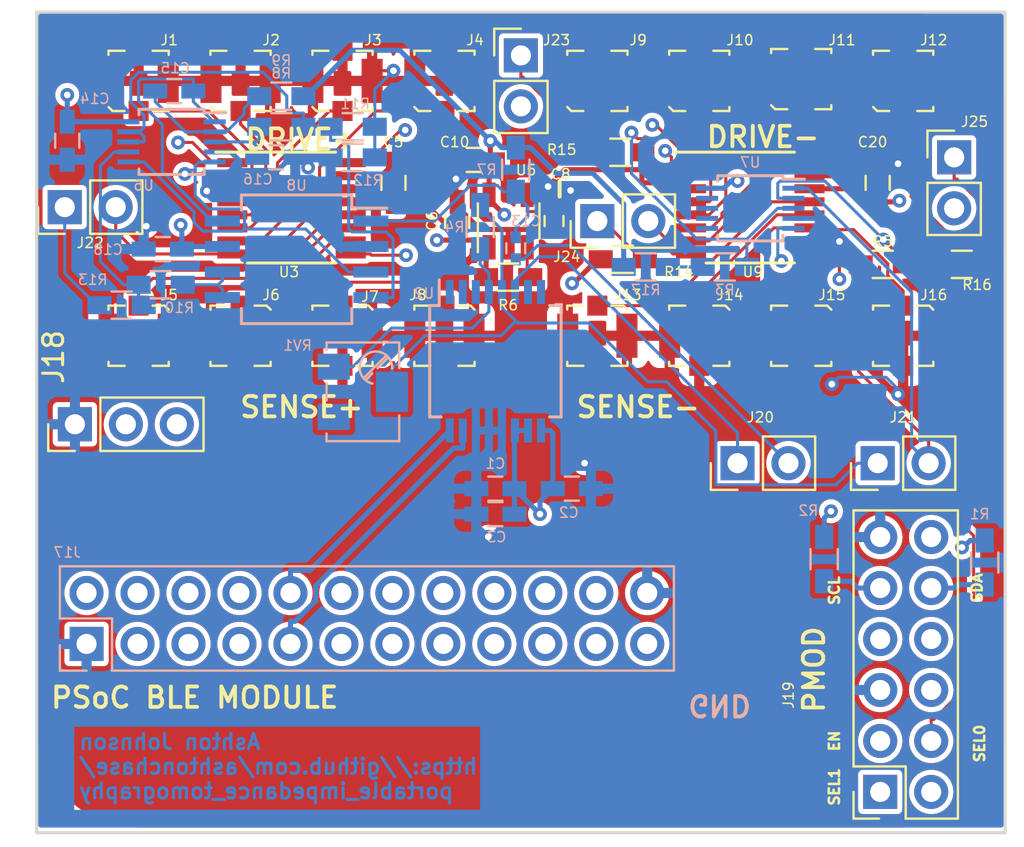
<source format=kicad_pcb>
(kicad_pcb (version 20221018) (generator pcbnew)
  (title_block (title "Portable Impedance Tomography") (date "2017-09-16") (rev "NEW") (company "Ashton Johnson") (comment 1 "University of Alabama in Huntsville"))
  (layers (0 "F.Cu" signal "Top") (1 "In1.Cu" mixed) (2 "In2.Cu" mixed) (31 "B.Cu" signal "Bottom") (34 "B.Paste" user) (35 "F.Paste" user) (36 "B.SilkS" user "B.Silkscreen") (37 "F.SilkS" user "F.Silkscreen") (38 "B.Mask" user) (39 "F.Mask" user) (44 "Edge.Cuts" user))
  (net 0 "")
  (net 1 "Net-(C8-Pad1)")
  (net 2 "+2V5")
  (net 3 "/AD5933 Front End/VOUT")
  (net 4 "Net-(C13-Pad1)")
  (net 5 "Net-(C15-Pad1)")
  (net 6 "Net-(C15-Pad2)")
  (net 7 "Net-(C16-Pad2)")
  (net 8 "/AD5933 Front End/SHIELD_DRIVE")
  (net 9 "/Receive Mux/SA1")
  (net 10 "/Receive Mux/SA2")
  (net 11 "/Receive Mux/SA3")
  (net 12 "/Receive Mux/SA4")
  (net 13 "Net-(J5-Pad1)")
  (net 14 "Net-(J6-Pad1)")
  (net 15 "Net-(J7-Pad1)")
  (net 16 "Net-(J8-Pad1)")
  (net 17 "/Transmit Mux/SA1")
  (net 18 "/Transmit Mux/SA2")
  (net 19 "/Transmit Mux/SA3")
  (net 20 "/Transmit Mux/SA4")
  (net 21 "Net-(J13-Pad1)")
  (net 22 "Net-(J14-Pad1)")
  (net 23 "Net-(J15-Pad1)")
  (net 24 "Net-(J16-Pad1)")
  (net 25 "GND")
  (net 26 "Net-(J17-Pad21)")
  (net 27 "Net-(J17-Pad20)")
  (net 28 "Net-(J17-Pad19)")
  (net 29 "Net-(J17-Pad18)")
  (net 30 "Net-(J17-Pad17)")
  (net 31 "Net-(J17-Pad16)")
  (net 32 "Net-(J17-Pad15)")
  (net 33 "Net-(J17-Pad14)")
  (net 34 "Net-(J17-Pad13)")
  (net 35 "Net-(J17-Pad12)")
  (net 36 "Net-(J17-Pad11)")
  (net 37 "/AD5933/SCL")
  (net 38 "/AD5933/SDA")
  (net 39 "/Cypress BLE Headers/SEL0")
  (net 40 "Net-(J17-Pad7)")
  (net 41 "/Cypress BLE Headers/SEL1")
  (net 42 "Net-(J17-Pad5)")
  (net 43 "Net-(J17-Pad3)")
  (net 44 "Net-(J19-Pad8)")
  (net 45 "Net-(J19-Pad7)")
  (net 46 "Net-(J19-Pad2)")
  (net 47 "/AD5933 Front End/VIN")
  (net 48 "/AD5933/AD5933_RFB")
  (net 49 "Net-(R6-Pad1)")
  (net 50 "Net-(R11-Pad2)")
  (net 51 "Net-(R10-Pad2)")
  (net 52 "Net-(R10-Pad1)")
  (net 53 "/Receive Mux/DRIVE")
  (net 54 "/Transmit Mux/DRIVE")
  (net 55 "VCC")
  (net 56 "/AD5933/MCLK")
  (net 57 "Net-(U2-Pad7)")
  (net 58 "Net-(U2-Pad3)")
  (net 59 "Net-(U2-Pad2)")
  (net 60 "Net-(U2-Pad1)")
  (net 61 "/Receive Mux/SENSE")
  (net 62 "/Transmit Mux/SENSE")
  (net 63 "/AD5933/VOUT")
  (net 64 "/AD5933/VIN")
  (net 65 "/AD5933 Front End/DRIVE_P")
  (net 66 "/AD5933 Front End/SENSE_P")
  (net 67 "/AD5933 Front End/DRIVE_N")
  (net 68 "/AD5933 Front End/SENSE_N")
  (net 69 "Net-(RV1-Pad1)")
  (net 70 "/AD5933 Front End/EN")
  (net 71 "Net-(R17-Pad1)")
  (net 72 "Net-(R15-Pad2)")
  (net 73 "Net-(R16-Pad2)")
  (net 74 "/Auxiliary Analog Connector/AIN")
  (footprint "Capacitors_SMD:C_0603_HandSoldering" (layer "F.Cu") (at 111.76 52.451 90)
    (fp_text reference "C5")
    (fp_text value "0.1u")
  )
  (footprint "Capacitors_SMD:C_0603_HandSoldering" (layer "F.Cu") (at 114.935 54.356 90)
    (fp_text reference "C6")
    (fp_text value "1u")
  )
  (footprint "Capacitors_SMD:C_0402" (layer "F.Cu") (at 119.761 54.356 -90)
    (fp_text reference "C8")
    (fp_text value "10n")
  )
  (footprint "Capacitors_SMD:C_0603_HandSoldering" (layer "F.Cu") (at 115.763 51.308 180)
    (fp_text reference "C10")
    (fp_text value "1u")
  )
  (footprint "Capacitors_SMD:C_0603_HandSoldering" (layer "F.Cu") (at 135.89 52.451 90)
    (fp_text reference "C20")
    (fp_text value "0.1u")
  )
  (footprint "Connectors_Molex:Molex_Microcoaxial_RF" (layer "F.Cu") (at 99.06 47.371)
    (fp_text reference "J1")
    (fp_text value "UMC")
  )
  (footprint "Connectors_Molex:Molex_Microcoaxial_RF" (layer "F.Cu") (at 104.14 47.371)
    (fp_text reference "J2")
    (fp_text value "UMC")
  )
  (footprint "Connectors_Molex:Molex_Microcoaxial_RF" (layer "F.Cu") (at 109.22 47.371)
    (fp_text reference "J3")
    (fp_text value "UMC")
  )
  (footprint "Connectors_Molex:Molex_Microcoaxial_RF" (layer "F.Cu") (at 114.3 47.371)
    (fp_text reference "J4")
    (fp_text value "UMC")
  )
  (footprint "Connectors_Molex:Molex_Microcoaxial_RF" (layer "F.Cu") (at 99.06 60.071 180)
    (fp_text reference "J5")
    (fp_text value "UMC")
  )
  (footprint "Connectors_Molex:Molex_Microcoaxial_RF" (layer "F.Cu") (at 104.14 60.071 180)
    (fp_text reference "J6")
    (fp_text value "UMC")
  )
  (footprint "Connectors_Molex:Molex_Microcoaxial_RF" (layer "F.Cu") (at 109.22 60.071 180)
    (fp_text reference "J7")
    (fp_text value "UMC")
  )
  (footprint "Connectors_Molex:Molex_Microcoaxial_RF" (layer "F.Cu") (at 114.3 60.071 180)
    (fp_text reference "J8")
    (fp_text value "UMC")
  )
  (footprint "Connectors_Molex:Molex_Microcoaxial_RF" (layer "F.Cu") (at 121.92 47.371)
    (fp_text reference "J9")
    (fp_text value "UMC")
  )
  (footprint "Connectors_Molex:Molex_Microcoaxial_RF" (layer "F.Cu") (at 127 47.371)
    (fp_text reference "J10")
    (fp_text value "UMC")
  )
  (footprint "Connectors_Molex:Molex_Microcoaxial_RF" (layer "F.Cu") (at 132.08 47.282)
    (fp_text reference "J11")
    (fp_text value "UMC")
  )
  (footprint "Connectors_Molex:Molex_Microcoaxial_RF" (layer "F.Cu") (at 137.16 47.371)
    (fp_text reference "J12")
    (fp_text value "UMC")
  )
  (footprint "Connectors_Molex:Molex_Microcoaxial_RF" (layer "F.Cu") (at 121.92 60.071 180)
    (fp_text reference "J13")
    (fp_text value "UMC")
  )
  (footprint "Connectors_Molex:Molex_Microcoaxial_RF" (layer "F.Cu") (at 127 60.071 180)
    (fp_text reference "J14")
    (fp_text value "UMC")
  )
  (footprint "Connectors_Molex:Molex_Microcoaxial_RF" (layer "F.Cu") (at 132.08 60.071 180)
    (fp_text reference "J15")
    (fp_text value "UMC")
  )
  (footprint "Connectors_Molex:Molex_Microcoaxial_RF" (layer "F.Cu") (at 137.16 60.071 180)
    (fp_text reference "J16")
    (fp_text value "UMC")
  )
  (footprint "Socket_Strips:Socket_Strip_Straight_2x06_Pitch2.54mm" (layer "F.Cu") (at 136.017 82.804 180)
    (fp_text reference "J19")
    (fp_text value "Conn_02x06_Odd_Even")
  )
  (footprint "Resistors_SMD:R_0603_HandSoldering" (layer "F.Cu") (at 117.475 57.15 180)
    (fp_text reference "R6")
    (fp_text value "1k")
  )
  (footprint "Resistors_SMD:R_0603_HandSoldering" (layer "F.Cu") (at 123.19 56.261 180)
    (fp_text reference "R14")
    (fp_text value "0")
  )
  (footprint "Housings_SSOP:TSSOP-16_4.4x5mm_Pitch0.65mm" (layer "F.Cu") (at 106.68 53.721)
    (fp_text reference "U3")
    (fp_text value "ADG1209")
  )
  (footprint "TO_SOT_Packages_SMD:TSOT-23-5" (layer "F.Cu") (at 117.475 54.356 90)
    (fp_text reference "U5")
    (fp_text value "LD3985G25R_TSOT23")
  )
  (footprint "Housings_SSOP:TSSOP-16_4.4x5mm_Pitch0.65mm" (layer "F.Cu") (at 129.54 53.721)
    (fp_text reference "U9")
    (fp_text value "ADG1209")
  )
  (footprint "Socket_Strips:Socket_Strip_Straight_1x02_Pitch2.54mm" (layer "F.Cu") (at 128.905 66.421 90)
    (fp_text reference "J20")
    (fp_text value "Conn_01x02")
  )
  (footprint "Socket_Strips:Socket_Strip_Straight_1x02_Pitch2.54mm" (layer "F.Cu") (at 135.89 66.421 90)
    (fp_text reference "J21")
    (fp_text value "Conn_01x02")
  )
  (footprint "Socket_Strips:Socket_Strip_Straight_1x02_Pitch2.54mm" (layer "F.Cu") (at 95.3775 53.6621 90)
    (fp_text reference "J22")
    (fp_text value "Conn_01x02")
  )
  (footprint "Socket_Strips:Socket_Strip_Straight_1x02_Pitch2.54mm" (layer "F.Cu") (at 118.11 46.101)
    (fp_text reference "J23")
    (fp_text value "Conn_01x02")
  )
  (footprint "Socket_Strips:Socket_Strip_Straight_1x02_Pitch2.54mm" (layer "F.Cu") (at 121.92 54.356 90)
    (fp_text reference "J24")
    (fp_text value "Conn_01x02")
  )
  (footprint "Socket_Strips:Socket_Strip_Straight_1x02_Pitch2.54mm" (layer "F.Cu") (at 139.7 51.181)
    (fp_text reference "J25")
    (fp_text value "Conn_01x02")
  )
  (footprint "Resistors_SMD:R_0603_HandSoldering" (layer "F.Cu") (at 136.144 56.515 180)
    (fp_text reference "R5")
    (fp_text value "1k")
  )
  (footprint "Resistors_SMD:R_0603_HandSoldering" (layer "F.Cu") (at 123.063 50.927)
    (fp_text reference "R15")
    (fp_text value "1k")
  )
  (footprint "Resistors_SMD:R_0603_HandSoldering" (layer "F.Cu") (at 140.081 56.515 180)
    (fp_text reference "R16")
    (fp_text value "1k")
  )
  (footprint "Socket_Strips:Socket_Strip_Straight_1x03_Pitch2.54mm" (layer "F.Cu") (at 95.8855 64.4825 90)
    (fp_text reference "J18")
    (fp_text value "Conn_01x03")
  )
  (footprint "Capacitors_SMD:C_0603_HandSoldering" (layer "B.Cu") (at 116.84 67.691 180)
    (fp_text reference "C1")
    (fp_text value "0.1uF")
  )
  (footprint "Capacitors_SMD:C_0603_HandSoldering" (layer "B.Cu") (at 120.65 67.691)
    (fp_text reference "C2")
    (fp_text value "0.1uF")
  )
  (footprint "Capacitors_SMD:C_0603_HandSoldering" (layer "B.Cu") (at 116.84 68.961 180)
    (fp_text reference "C3")
    (fp_text value "10uF")
  )
  (footprint "Capacitors_SMD:C_0402" (layer "B.Cu") (at 117.856 55.711 -90)
    (fp_text reference "C13")
    (fp_text value "33n")
  )
  (footprint "Capacitors_SMD:C_0603_HandSoldering" (layer "B.Cu") (at 95.504 50.353 -90)
    (fp_text reference "C14")
    (fp_text value "100n")
  )
  (footprint "Capacitors_SMD:C_0603_HandSoldering" (layer "B.Cu") (at 100.838 47.879)
    (fp_text reference "C15")
    (fp_text value "1u")
  )
  (footprint "Capacitors_SMD:C_0603_HandSoldering" (layer "B.Cu") (at 105.918 51.181 180)
    (fp_text reference "C16")
    (fp_text value "1u")
  )
  (footprint "Capacitors_SMD:C_0603_HandSoldering" (layer "B.Cu") (at 100.264 55.753 180)
    (fp_text reference "C18")
    (fp_text value "100n")
  )
  (footprint "Socket_Strips:Socket_Strip_Straight_2x12_Pitch2.54mm" (layer "B.Cu") (at 96.466 75.4296 -90)
    (fp_text reference "J17")
    (fp_text value "Conn_02x12_Odd_Even")
  )
  (footprint "Resistors_SMD:R_0603_HandSoldering" (layer "B.Cu") (at 141.224 71.374 -90)
    (fp_text reference "R1")
    (fp_text value "4.7k")
  )
  (footprint "Resistors_SMD:R_0603_HandSoldering" (layer "B.Cu") (at 133.223 71.204 -90)
    (fp_text reference "R2")
    (fp_text value "4.7k")
  )
  (footprint "Resistors_SMD:R_0603_HandSoldering" (layer "B.Cu") (at 116.078 54.653 -90)
    (fp_text reference "R4")
    (fp_text value "0")
  )
  (footprint "Resistors_SMD:R_0603_HandSoldering" (layer "B.Cu") (at 117.856 51.7955 -90)
    (fp_text reference "R7")
    (fp_text value "75k")
  )
  (footprint "Resistors_SMD:R_0603_HandSoldering" (layer "B.Cu") (at 106.172 49.657 180)
    (fp_text reference "R8")
    (fp_text value "1M")
  )
  (footprint "Resistors_SMD:R_0603_HandSoldering" (layer "B.Cu") (at 106.172 48.133 180)
    (fp_text reference "R9")
    (fp_text value "1M")
  )
  (footprint "Resistors_SMD:R_0603_HandSoldering" (layer "B.Cu") (at 100.16 57.531)
    (fp_text reference "R10")
    (fp_text value "1k")
  )
  (footprint "Resistors_SMD:R_0603_HandSoldering" (layer "B.Cu") (at 109.728 49.657 180)
    (fp_text reference "R11")
    (fp_text value "75")
  )
  (footprint "Resistors_SMD:R_0603_HandSoldering" (layer "B.Cu") (at 109.728 51.181)
    (fp_text reference "R12")
    (fp_text value "10k")
  )
  (footprint "Resistors_SMD:R_0603_HandSoldering" (layer "B.Cu") (at 98.214 58.547)
    (fp_text reference "R13")
    (fp_text value "0")
  )
  (footprint "Housings_SSOP:SSOP-16_5.3x6.2mm_Pitch0.65mm" (layer "B.Cu") (at 116.84 61.341 -90)
    (fp_text reference "U2")
    (fp_text value "AD5933")
  )
  (footprint "Housings_SSOP:TSSOP-10_3x3mm_Pitch0.5mm" (layer "B.Cu") (at 100.702 50.411 180)
    (fp_text reference "U6")
    (fp_text value "OPA2836")
  )
  (footprint "Housings_SSOP:TSSOP-10_3x3mm_Pitch0.5mm" (layer "B.Cu") (at 129.54 53.721 180)
    (fp_text reference "U7")
    (fp_text value "OPA2836")
  )
  (footprint "Housings_SOIC:SO-8_5.3x6.2mm_Pitch1.27mm" (layer "B.Cu") (at 106.934 56.261 180)
    (fp_text reference "U8")
    (fp_text value "AD8130")
  )
  (footprint "Potentiometers:Potentiometer_Trimmer_Bourns_3214W" (layer "B.Cu") (at 110.236 62.865 -90)
    (fp_text reference "RV1")
    (fp_text value "20K")
  )
  (footprint "Resistors_SMD:R_0603_HandSoldering" (layer "B.Cu") (at 128.27 56.642 180)
    (fp_text reference "R3")
    (fp_text value "1k")
  )
  (footprint "Resistors_SMD:R_0603_HandSoldering" (layer "B.Cu") (at 124.333 56.642 180)
    (fp_text reference "R17")
    (fp_text value "0")
  )
  (gr_line (start 120.0404 52.4256) (end 120.0404 53.1368) (stroke (width 0.2)) (layer "F.SilkS"))
  (gr_line (start 93.98 84.836) (end 93.98 43.942) (stroke (width 0.15)) (layer "Edge.Cuts"))
  (gr_line (start 142.24 84.836) (end 93.98 84.836) (stroke (width 0.15)) (layer "Edge.Cuts"))
  (gr_line (start 93.98 43.942) (end 142.24 43.942) (stroke (width 0.15)) (layer "Edge.Cuts"))
  (gr_line (start 142.24 43.942) (end 142.24 84.836) (stroke (width 0.15)) (layer "Edge.Cuts"))
  (gr_text "Ashton Johnson\nhttps://github.com/ashtonchase/\nportable_impedance_tomography" (at 96.012 81.534) (layer "B.Cu") (effects (font (size 0.762 0.762) (thickness 0.1524)) (justify right mirror)))
  (gr_text "GND" (at 128.016 78.486 180) (layer "B.SilkS") (effects (font (size 1.016 1.016) (thickness 0.1905)) (justify mirror)))
  (gr_text "SENSE+\n" (at 107.188 63.627) (layer "F.SilkS") (effects (font (size 1.016 1.016) (thickness 0.1905))))
  (gr_text "SENSE-\n" (at 123.952 63.627) (layer "F.SilkS") (effects (font (size 1.016 1.016) (thickness 0.1905))))
  (gr_text "DRIVE-" (at 130.175 50.165) (layer "F.SilkS") (effects (font (size 1.016 1.016) (thickness 0.1905))))
  (gr_text "PSoC BLE MODULE" (at 101.854 78.105) (layer "F.SilkS") (effects (font (size 1.016 1.016) (thickness 0.1905))))
  (gr_text "PMOD" (at 132.715 76.708 90) (layer "F.SilkS") (effects (font (size 1.016 1.016) (thickness 0.1905))))
  (gr_text "SDA" (at 140.843 72.644 90) (layer "F.SilkS") (effects (font (size 0.508 0.508) (thickness 0.127))))
  (gr_text "SCL\n" (at 133.731 72.771 90) (layer "F.SilkS") (effects (font (size 0.508 0.508) (thickness 0.127))))
  (gr_text "SEL0" (at 140.97 80.391 90) (layer "F.SilkS") (effects (font (size 0.508 0.508) (thickness 0.127))))
  (gr_text "EN" (at 133.731 80.264 90) (layer "F.SilkS") (effects (font (size 0.508 0.508) (thickness 0.127))))
  (gr_text "SEL1" (at 133.731 82.55 90) (layer "F.SilkS") (effects (font (size 0.508 0.508) (thickness 0.127))))
  (gr_text "DRIVE+" (at 107.188 50.292) (layer "F.SilkS") (effects (font (size 1.016 1.016) (thickness 0.1905))))
  (segment (start 119.203 53.8849) (end 118.425 53.8849) (width 0.1524) (layer "F.Cu") (net 1))
  (segment (start 118.425 53.8849) (end 118.425 53.046) (width 0.1524) (layer "F.Cu") (net 1))
  (segment (start 119.282 53.806) (end 119.203 53.8849) (width 0.1524) (layer "F.Cu") (net 1))
  (segment (start 119.761 53.806) (end 119.282 53.806) (width 0.1524) (layer "F.Cu") (net 1))
  (segment (start 116.586 51.181) (end 116.713 51.308) (width 0.254) (layer "F.Cu") (net 2))
  (segment (start 121.94 56.261) (end 120.742 57.4589) (width 0.254) (layer "F.Cu") (net 2))
  (segment (start 116.525 53.046) (end 116.525 51.496) (width 0.254) (layer "F.Cu") (net 2))
  (segment (start 116.525 53.046) (end 116.525 53.279) (width 0.254) (layer "F.Cu") (net 2))
  (segment (start 122.09 56.261) (end 121.94 56.261) (width 0.254) (layer "F.Cu") (net 2))
  (segment (start 116.586 50.3555) (end 116.586 51.181) (width 0.254) (layer "F.Cu") (net 2))
  (segment (start 116.525 53.279) (end 117.284 54.0385) (width 0.254) (layer "F.Cu") (net 2))
  (segment (start 120.742 57.4589) (end 120.659 57.4589) (width 0.254) (layer "F.Cu") (net 2))
  (segment (start 116.525 51.496) (end 116.713 51.308) (width 0.254) (layer "F.Cu") (net 2))
  (via (at 116.586 50.3555) (size 0.6858) (drill 0.3302) (layers "F.Cu" "B.Cu") (net 2))
  (via (at 120.659 57.4589) (size 0.6858) (drill 0.3302) (layers "F.Cu" "B.Cu") (net 2))
  (via (at 117.284 54.0385) (size 0.6858) (drill 0.3302) (layers "F.Cu" "B.Cu") (net 2))
  (segment (start 117.856 50.6955) (end 117.152 50.6955) (width 0.254) (layer "B.Cu") (net 2))
  (segment (start 117.152 50.6955) (end 116.812 50.3555) (width 0.254) (layer "B.Cu") (net 2))
  (segment (start 116.812 50.3555) (end 116.586 50.3555) (width 0.254) (layer "B.Cu") (net 2))
  (segment (start 112.078 45.847) (end 116.586 50.3555) (width 0.254) (layer "B.Cu") (net 2))
  (segment (start 109.708 45.847) (end 112.078 45.847) (width 0.254) (layer "B.Cu") (net 2))
  (segment (start 117.856 50.6955) (end 118.586 50.6955) (width 0.254) (layer "B.Cu") (net 2))
  (segment (start 107.272 48.133) (end 107.422 48.133) (width 0.254) (layer "B.Cu") (net 2))
  (segment (start 121.697 51.9775) (end 123.233 53.5134) (width 0.254) (layer "B.Cu") (net 2))
  (segment (start 123.233 53.5134) (end 123.233 56.642) (width 0.254) (layer "B.Cu") (net 2))
  (segment (start 118.586 50.6955) (end 119.868 51.9775) (width 0.254) (layer "B.Cu") (net 2))
  (segment (start 107.422 48.133) (end 109.708 45.847) (width 0.254) (layer "B.Cu") (net 2))
  (segment (start 119.868 51.9775) (end 121.697 51.9775) (width 0.254) (layer "B.Cu") (net 2))
  (segment (start 118.944 55.5752) (end 120.599 55.5752) (width 0.1524) (layer "B.Cu") (net 3))
  (segment (start 117.856 56.261) (end 118.258 56.261) (width 0.1524) (layer "B.Cu") (net 3))
  (segment (start 130.595 65.571) (end 131.445 66.421) (width 0.1524) (layer "B.Cu") (net 3))
  (segment (start 118.258 56.261) (end 118.944 55.5752) (width 0.1524) (layer "B.Cu") (net 3))
  (segment (start 120.599 55.5752) (end 130.595 65.571) (width 0.1524) (layer "B.Cu") (net 3))
  (segment (start 113.814 54.356) (end 115.445 52.7244) (width 0.1524) (layer "B.Cu") (net 4))
  (segment (start 118.458 54.1062) (end 117.856 54.7086) (width 0.1524) (layer "B.Cu") (net 4))
  (segment (start 117.856 54.7086) (end 117.856 55.161) (width 0.1524) (layer "B.Cu") (net 4))
  (segment (start 110.634 54.356) (end 113.814 54.356) (width 0.1524) (layer "B.Cu") (net 4))
  (segment (start 118.458 53.6479) (end 118.458 54.1062) (width 0.1524) (layer "B.Cu") (net 4))
  (segment (start 117.856 52.8955) (end 117.856 53.0455) (width 0.1524) (layer "B.Cu") (net 4))
  (segment (start 117.254 52.8955) (end 117.856 52.8955) (width 0.1524) (layer "B.Cu") (net 4))
  (segment (start 117.856 53.0455) (end 118.458 53.6479) (width 0.1524) (layer "B.Cu") (net 4))
  (segment (start 116.936 52.578) (end 117.254 52.8955) (width 0.1524) (layer "B.Cu") (net 4))
  (segment (start 115.57 52.578) (end 116.936 52.578) (width 0.1524) (layer "B.Cu") (net 4))
  (segment (start 115.445 52.703) (end 115.57 52.578) (width 0.1524) (layer "B.Cu") (net 4))
  (segment (start 115.445 52.7244) (end 115.445 52.703) (width 0.1524) (layer "B.Cu") (net 4))
  (segment (start 105.072 48.133) (end 104.922 48.133) (width 0.1524) (layer "B.Cu") (net 5))
  (segment (start 104.32 49.0299) (end 103.438 49.911) (width 0.1524) (layer "B.Cu") (net 5))
  (segment (start 101.393 49.911) (end 102.852 49.911) (width 0.1524) (layer "B.Cu") (net 5))
  (segment (start 104.922 48.133) (end 104.32 48.7354) (width 0.1524) (layer "B.Cu") (net 5))
  (segment (start 99.888 48.4064) (end 101.393 49.911) (width 0.1524) (layer "B.Cu") (net 5))
  (segment (start 104.32 48.7354) (end 104.32 49.0299) (width 0.1524) (layer "B.Cu") (net 5))
  (segment (start 103.438 49.911) (end 102.852 49.911) (width 0.1524) (layer "B.Cu") (net 5))
  (segment (start 99.888 47.879) (end 99.888 48.4064) (width 0.1524) (layer "B.Cu") (net 5))
  (segment (start 101.788 47.879) (end 101.788 48.4064) (width 0.1524) (layer "B.Cu") (net 6))
  (segment (start 100.245 51.8917) (end 102.71 54.356) (width 0.1524) (layer "B.Cu") (net 6))
  (segment (start 102.793 49.411) (end 102.852 49.411) (width 0.1524) (layer "B.Cu") (net 6))
  (segment (start 100.245 49.5539) (end 100.245 51.8917) (width 0.1524) (layer "B.Cu") (net 6))
  (segment (start 101.788 47.2751) (end 99.1662 47.2751) (width 0.1524) (layer "B.Cu") (net 6))
  (segment (start 99.059 48.3677) (end 100.245 49.5539) (width 0.1524) (layer "B.Cu") (net 6))
  (segment (start 101.788 48.4064) (end 102.793 49.411) (width 0.1524) (layer "B.Cu") (net 6))
  (segment (start 99.1662 47.2751) (end 99.059 47.3823) (width 0.1524) (layer "B.Cu") (net 6))
  (segment (start 101.788 47.879) (end 101.788 47.2751) (width 0.1524) (layer "B.Cu") (net 6))
  (segment (start 102.71 54.356) (end 103.234 54.356) (width 0.1524) (layer "B.Cu") (net 6))
  (segment (start 99.059 47.3823) (end 99.059 48.3677) (width 0.1524) (layer "B.Cu") (net 6))
  (segment (start 104.92 50.411) (end 104.725 50.411) (width 0.1524) (layer "B.Cu") (net 7))
  (segment (start 104.725 50.411) (end 104.968 50.6536) (width 0.1524) (layer "B.Cu") (net 7))
  (segment (start 104.968 50.6536) (end 104.968 51.181) (width 0.1524) (layer "B.Cu") (net 7))
  (segment (start 105.072 50.2594) (end 104.92 50.411) (width 0.1524) (layer "B.Cu") (net 7))
  (segment (start 105.072 49.657) (end 105.072 50.2594) (width 0.1524) (layer "B.Cu") (net 7))
  (segment (start 102.852 50.411) (end 104.725 50.411) (width 0.1524) (layer "B.Cu") (net 7))
  (segment (start 133.555 60.071) (end 133.555 62.435) (width 0.1524) (layer "F.Cu") (net 8))
  (segment (start 111.76 46.863) (end 111.203 46.863) (width 0.1524) (layer "F.Cu") (net 8))
  (segment (start 136.906 62.992) (end 135.685 61.771) (width 0.1524) (layer "F.Cu") (net 8))
  (segment (start 133.555 62.435) (end 133.604 62.484) (width 0.1524) (layer "F.Cu") (net 8))
  (segment (start 138.635 61.165) (end 138.684 61.214) (width 0.1524) (layer "F.Cu") (net 8))
  (segment (start 111.203 46.863) (end 110.695 47.371) (width 0.1524) (layer "F.Cu") (net 8))
  (segment (start 138.684 62.484) (end 138.176 62.992) (width 0.1524) (layer "F.Cu") (net 8))
  (segment (start 138.635 60.071) (end 138.635 60.646) (width 0.1524) (layer "F.Cu") (net 8))
  (segment (start 138.176 62.992) (end 136.906 62.992) (width 0.1524) (layer "F.Cu") (net 8))
  (segment (start 138.635 60.071) (end 138.635 61.165) (width 0.1524) (layer "F.Cu") (net 8))
  (segment (start 135.685 61.771) (end 135.685 60.071) (width 0.1524) (layer "F.Cu") (net 8))
  (segment (start 138.684 60.695) (end 138.684 61.214) (width 0.1524) (layer "F.Cu") (net 8))
  (segment (start 138.684 61.214) (end 138.684 62.484) (width 0.1524) (layer "F.Cu") (net 8))
  (segment (start 138.635 60.646) (end 138.684 60.695) (width 0.1524) (layer "F.Cu") (net 8))
  (via (at 136.906 62.992) (size 0.6858) (drill 0.3302) (layers "F.Cu" "B.Cu") (net 8))
  (via (at 111.76 46.863) (size 0.6858) (drill 0.3302) (layers "F.Cu" "B.Cu") (net 8))
  (via (at 133.604 62.484) (size 0.6858) (drill 0.3302) (layers "F.Cu" "B.Cu") (net 8))
  (segment (start 133.604 62.484) (end 133.947 62.1411) (width 0.1524) (layer "B.Cu") (net 8))
  (segment (start 133.947 62.1411) (end 136.309 62.1411) (width 0.1524) (layer "B.Cu") (net 8))
  (segment (start 136.906 62.738) (end 136.906 62.992) (width 0.1524) (layer "B.Cu") (net 8))
  (segment (start 110.828 47.795) (end 111.76 46.863) (width 0.1524) (layer "B.Cu") (net 8))
  (segment (start 110.828 51.181) (end 110.828 49.657) (width 0.1524) (layer "B.Cu") (net 8))
  (segment (start 136.309 62.1411) (end 136.906 62.738) (width 0.1524) (layer "B.Cu") (net 8))
  (segment (start 110.828 49.657) (end 110.828 47.795) (width 0.1524) (layer "B.Cu") (net 8))
  (segment (start 102.541 48.871) (end 104.709 51.0381) (width 0.1524) (layer "F.Cu") (net 9))
  (segment (start 104.709 53.3198) (end 104.632 53.396) (width 0.1524) (layer "F.Cu") (net 9))
  (segment (start 104.632 53.396) (end 103.73 53.396) (width 0.1524) (layer "F.Cu") (net 9))
  (segment (start 99.06 48.871) (end 102.541 48.871) (width 0.1524) (layer "F.Cu") (net 9))
  (segment (start 104.709 51.0381) (end 104.709 53.3198) (width 0.1524) (layer "F.Cu") (net 9))
  (segment (start 104.14 49.5234) (end 105.397 50.7807) (width 0.1524) (layer "F.Cu") (net 10))
  (segment (start 105.397 50.7807) (end 105.397 53.2811) (width 0.1524) (layer "F.Cu") (net 10))
  (segment (start 105.397 53.2811) (end 104.632 54.046) (width 0.1524) (layer "F.Cu") (net 10))
  (segment (start 104.632 54.046) (end 103.73 54.046) (width 0.1524) (layer "F.Cu") (net 10))
  (segment (start 104.14 48.871) (end 104.14 49.5234) (width 0.1524) (layer "F.Cu") (net 10))
  (segment (start 105.982 53.3469) (end 104.632 54.696) (width 0.1524) (layer "F.Cu") (net 11))
  (segment (start 108.568 48.871) (end 105.982 51.4571) (width 0.1524) (layer "F.Cu") (net 11))
  (segment (start 105.982 51.4571) (end 105.982 53.3469) (width 0.1524) (layer "F.Cu") (net 11))
  (segment (start 109.22 48.871) (end 108.568 48.871) (width 0.1524) (layer "F.Cu") (net 11))
  (segment (start 104.632 54.696) (end 103.73 54.696) (width 0.1524) (layer "F.Cu") (net 11))
  (segment (start 110.882 48.871) (end 108.077 51.6756) (width 0.1524) (layer "F.Cu") (net 12))
  (segment (start 105.169 55.346) (end 103.73 55.346) (width 0.1524) (layer "F.Cu") (net 12))
  (segment (start 108.077 51.6756) (end 108.077 52.4376) (width 0.1524) (layer "F.Cu") (net 12))
  (segment (start 108.077 52.4376) (end 105.169 55.346) (width 0.1524) (layer "F.Cu") (net 12))
  (segment (start 114.3 48.871) (end 110.882 48.871) (width 0.1524) (layer "F.Cu") (net 12))
  (segment (start 104.458 57.2135) (end 108.275 53.396) (width 0.1524) (layer "F.Cu") (net 13))
  (segment (start 99.7651 57.2135) (end 104.458 57.2135) (width 0.1524) (layer "F.Cu") (net 13))
  (segment (start 99.06 57.9186) (end 99.7651 57.2135) (width 0.1524) (layer "F.Cu") (net 13))
  (segment (start 99.06 58.571) (end 99.06 57.9186) (width 0.1524) (layer "F.Cu") (net 13))
  (segment (start 108.275 53.396) (end 109.63 53.396) (width 0.1524) (layer "F.Cu") (net 13))
  (segment (start 108.665 54.046) (end 109.63 54.046) (width 0.1524) (layer "F.Cu") (net 14))
  (segment (start 104.14 58.571) (end 108.665 54.046) (width 0.1524) (layer "F.Cu") (net 14))
  (segment (start 107.582 57.5851) (end 107.582 55.7537) (width 0.1524) (layer "F.Cu") (net 15))
  (segment (start 107.582 55.7537) (end 108.639 54.696) (width 0.1524) (layer "F.Cu") (net 15))
  (segment (start 108.639 54.696) (end 109.63 54.696) (width 0.1524) (layer "F.Cu") (net 15))
  (segment (start 108.568 58.571) (end 107.582 57.5851) (width 0.1524) (layer "F.Cu") (net 15))
  (segment (start 109.22 58.571) (end 108.568 58.571) (width 0.1524) (layer "F.Cu") (net 15))
  (segment (start 108.585 57.404) (end 107.95 56.769) (width 0.1524) (layer "F.Cu") (net 16))
  (segment (start 113.648 58.571) (end 112.481 57.404) (width 0.1524) (layer "F.Cu") (net 16))
  (segment (start 112.481 57.404) (end 108.585 57.404) (width 0.1524) (layer "F.Cu") (net 16))
  (segment (start 107.95 56.1236) (end 108.728 55.346) (width 0.1524) (layer "F.Cu") (net 16))
  (segment (start 107.95 56.769) (end 107.95 56.1236) (width 0.1524) (layer "F.Cu") (net 16))
  (segment (start 108.728 55.346) (end 109.63 55.346) (width 0.1524) (layer "F.Cu") (net 16))
  (segment (start 114.3 58.571) (end 113.648 58.571) (width 0.1524) (layer "F.Cu") (net 16))
  (segment (start 127.492 53.396) (end 126.59 53.396) (width 0.1524) (layer "F.Cu") (net 17))
  (segment (start 127.569 53.3198) (end 127.492 53.396) (width 0.1524) (layer "F.Cu") (net 17))
  (segment (start 125.386 48.871) (end 127.569 51.054) (width 0.1524) (layer "F.Cu") (net 17))
  (segment (start 121.92 48.871) (end 125.386 48.871) (width 0.1524) (layer "F.Cu") (net 17))
  (segment (start 127.569 51.054) (end 127.569 53.3198) (width 0.1524) (layer "F.Cu") (net 17))
  (segment (start 128.321 50.8442) (end 128.321 53.2176) (width 0.1524) (layer "F.Cu") (net 18))
  (segment (start 127 49.5234) (end 128.321 50.8442) (width 0.1524) (layer "F.Cu") (net 18))
  (segment (start 127 48.871) (end 127 49.5234) (width 0.1524) (layer "F.Cu") (net 18))
  (segment (start 128.321 53.2176) (end 127.492 54.046) (width 0.1524) (layer "F.Cu") (net 18))
  (segment (start 127.492 54.046) (end 126.59 54.046) (width 0.1524) (layer "F.Cu") (net 18))
  (segment (start 132.08 50.0246) (end 128.13 53.9743) (width 0.1524) (layer "F.Cu") (net 19))
  (segment (start 127.599 54.696) (end 126.59 54.696) (width 0.1524) (layer "F.Cu") (net 19))
  (segment (start 132.08 48.782) (end 132.08 50.0246) (width 0.1524) (layer "F.Cu") (net 19))
  (segment (start 128.13 53.9743) (end 128.13 54.1648) (width 0.1524) (layer "F.Cu") (net 19))
  (segment (start 128.13 54.1648) (end 127.599 54.696) (width 0.1524) (layer "F.Cu") (net 19))
  (segment (start 128.499 54.3398) (end 127.492 55.346) (width 0.1524) (layer "F.Cu") (net 20))
  (segment (start 133.679 48.871) (end 128.499 54.0509) (width 0.1524) (layer "F.Cu") (net 20))
  (segment (start 137.16 48.871) (end 133.679 48.871) (width 0.1524) (layer "F.Cu") (net 20))
  (segment (start 128.499 54.0509) (end 128.499 54.3398) (width 0.1524) (layer "F.Cu") (net 20))
  (segment (start 127.492 55.346) (end 126.59 55.346) (width 0.1524) (layer "F.Cu") (net 20))
  (segment (start 121.92 58.571) (end 125.386 58.571) (width 0.1524) (layer "F.Cu") (net 21))
  (segment (start 125.386 58.571) (end 130.561 53.396) (width 0.1524) (layer "F.Cu") (net 21))
  (segment (start 130.561 53.396) (end 132.49 53.396) (width 0.1524) (layer "F.Cu") (net 21))
  (segment (start 127 57.9186) (end 130.873 54.046) (width 0.1524) (layer "F.Cu") (net 22))
  (segment (start 130.873 54.046) (end 132.49 54.046) (width 0.1524) (layer "F.Cu") (net 22))
  (segment (start 127 58.571) (end 127 57.9186) (width 0.1524) (layer "F.Cu") (net 22))
  (segment (start 130.366 55.0545) (end 130.724 54.696) (width 0.1524) (layer "F.Cu") (net 23))
  (segment (start 130.724 54.696) (end 132.49 54.696) (width 0.1524) (layer "F.Cu") (net 23))
  (segment (start 130.366 57.5089) (end 130.366 55.0545) (width 0.1524) (layer "F.Cu") (net 23))
  (segment (start 131.428 58.571) (end 130.366 57.5089) (width 0.1524) (layer "F.Cu") (net 23))
  (segment (start 132.08 58.571) (end 131.428 58.571) (width 0.1524) (layer "F.Cu") (net 23))
  (segment (start 137.16 57.8421) (end 136.392 57.0739) (width 0.1524) (layer "F.Cu") (net 24))
  (segment (start 136.392 57.0739) (end 136.392 56.4823) (width 0.1524) (layer "F.Cu") (net 24))
  (segment (start 133.764 54.7846) (end 133.202 55.346) (width 0.1524) (layer "F.Cu") (net 24))
  (segment (start 133.202 55.346) (end 132.49 55.346) (width 0.1524) (layer "F.Cu") (net 24))
  (segment (start 134.694 54.7846) (end 133.764 54.7846) (width 0.1524) (layer "F.Cu") (net 24))
  (segment (start 136.392 56.4823) (end 134.694 54.7846) (width 0.1524) (layer "F.Cu") (net 24))
  (segment (start 137.16 58.571) (end 137.16 57.8421) (width 0.1524) (layer "F.Cu") (net 24))
  (segment (start 117.45 54.7766) (end 117.475 54.802) (width 0.254) (layer "F.Cu") (net 25))
  (segment (start 111.165 52.096) (end 109.63 52.096) (width 0.254) (layer "F.Cu") (net 25))
  (segment (start 117.475 54.802) (end 117.5 54.7766) (width 0.254) (layer "F.Cu") (net 25))
  (segment (start 114.62 51.501) (end 114.813 51.308) (width 0.254) (layer "F.Cu") (net 25))
  (segment (start 116.081 54.7766) (end 117.45 54.7766) (width 0.254) (layer "F.Cu") (net 25))
  (segment (start 135.89 51.501) (end 136.904 51.501) (width 0.254) (layer "F.Cu") (net 25))
  (segment (start 124.14 52.451) (end 124.14 51.7963) (width 0.254) (layer "F.Cu") (net 25))
  (segment (start 114.813 51.308) (end 114.813 52.202) (width 0.254) (layer "F.Cu") (net 25))
  (segment (start 117.5 54.7766) (end 119.128 54.7766) (width 0.254) (layer "F.Cu") (net 25))
  (segment (start 132.49 52.096) (end 135.295 52.096) (width 0.254) (layer "F.Cu") (net 25))
  (segment (start 120.586 52.832) (end 120.586 54.5845) (width 0.254) (layer "F.Cu") (net 25))
  (segment (start 111.76 51.501) (end 114.62 51.501) (width 0.254) (layer "F.Cu") (net 25))
  (segment (start 120.305 51.7963) (end 119.466 52.6354) (width 0.254) (layer "F.Cu") (net 25))
  (segment (start 103.73 52.746) (end 102.346 52.746) (width 0.254) (layer "F.Cu") (net 25))
  (segment (start 125.289 52.746) (end 124.994 52.451) (width 0.254) (layer "F.Cu") (net 25))
  (segment (start 114.872 53.3425) (end 114.935 53.406) (width 0.254) (layer "F.Cu") (net 25))
  (segment (start 114.935 53.631) (end 116.081 54.7766) (width 0.254) (layer "F.Cu") (net 25))
  (segment (start 119.257 54.906) (end 119.761 54.906) (width 0.254) (layer "F.Cu") (net 25))
  (segment (start 124.994 52.451) (end 124.14 52.451) (width 0.254) (layer "F.Cu") (net 25))
  (segment (start 126.59 52.746) (end 125.289 52.746) (width 0.254) (layer "F.Cu") (net 25))
  (segment (start 117.475 54.802) (end 117.475 55.666) (width 0.254) (layer "F.Cu") (net 25))
  (segment (start 135.295 52.096) (end 135.89 51.501) (width 0.254) (layer "F.Cu") (net 25))
  (segment (start 102.346 52.746) (end 102.459 52.8597) (width 0.254) (layer "F.Cu") (net 25))
  (segment (start 120.265 54.906) (end 119.761 54.906) (width 0.254) (layer "F.Cu") (net 25))
  (segment (start 114.935 53.406) (end 114.935 53.631) (width 0.254) (layer "F.Cu") (net 25))
  (segment (start 111.76 51.501) (end 111.165 52.096) (width 0.254) (layer "F.Cu") (net 25))
  (segment (start 114.872 52.2605) (end 114.872 53.3425) (width 0.254) (layer "F.Cu") (net 25))
  (segment (start 114.813 52.202) (end 114.872 52.2605) (width 0.254) (layer "F.Cu") (net 25))
  (segment (start 120.586 54.5845) (end 120.265 54.906) (width 0.254) (layer "F.Cu") (net 25))
  (segment (start 119.128 54.7766) (end 119.257 54.906) (width 0.254) (layer "F.Cu") (net 25))
  (segment (start 136.904 51.501) (end 136.906 51.4985) (width 0.254) (layer "F.Cu") (net 25))
  (segment (start 124.14 51.7963) (end 120.305 51.7963) (width 0.254) (layer "F.Cu") (net 25))
  (via (at 133.985 55.372) (size 0.6858) (drill 0.3302) (layers "F.Cu" "B.Cu") (net 25))
  (via (at 119.466 52.6354) (size 0.6858) (drill 0.3302) (layers "F.Cu" "B.Cu") (net 25))
  (via (at 136.906 51.4985) (size 0.6858) (drill 0.3302) (layers "F.Cu" "B.Cu") (net 25))
  (via (at 121.285 66.421) (size 0.6858) (drill 0.3302) (layers "F.Cu" "B.Cu") (net 25))
  (via (at 114.872 52.2605) (size 0.6858) (drill 0.3302) (layers "F.Cu" "B.Cu") (net 25))
  (via (at 107.506 51.689) (size 0.6858) (drill 0.3302) (layers "F.Cu" "B.Cu") (net 25))
  (via (at 99.441 54.61) (size 0.6858) (drill 0.3302) (layers "F.Cu" "B.Cu") (net 25))
  (via (at 102.459 52.8597) (size 0.6858) (drill 0.3302) (layers "F.Cu" "B.Cu") (net 25))
  (via (at 120.586 52.832) (size 0.6858) (drill 0.3302) (layers "F.Cu" "B.Cu") (net 25))
  (via (at 116.484 70.0881) (size 0.6858) (drill 0.3302) (layers "F.Cu" "B.Cu") (net 25))
  (segment (start 121.6 67.691) (end 121.6 66.736) (width 0.254) (layer "B.Cu") (net 25))
  (segment (start 102.852 50.911) (end 103.656 50.911) (width 0.254) (layer "B.Cu") (net 25))
  (segment (start 103.656 50.911) (end 104.089 51.3436) (width 0.254) (layer "B.Cu") (net 25))
  (segment (start 115.89 68.961) (end 115.89 69.4937) (width 0.254) (layer "B.Cu") (net 25))
  (segment (start 99.314 54.737) (end 99.441 54.61) (width 0.254) (layer "B.Cu") (net 25))
  (segment (start 121.6 66.736) (end 121.285 66.421) (width 0.254) (layer "B.Cu") (net 25))
  (segment (start 132.834 54.221) (end 133.985 55.372) (width 0.254) (layer "B.Cu") (net 25))
  (segment (start 106.643 51.181) (end 106.868 51.181) (width 0.254) (layer "B.Cu") (net 25))
  (segment (start 116.452 66.3575) (end 115.865 66.3575) (width 0.254) (layer "B.Cu") (net 25))
  (segment (start 115.89 67.691) (end 115.89 68.961) (width 0.254) (layer "B.Cu") (net 25))
  (segment (start 104.144 51.8354) (end 105.989 51.8354) (width 0.254) (layer "B.Cu") (net 25))
  (segment (start 104.089 51.3436) (end 104.089 51.7795) (width 0.254) (layer "B.Cu") (net 25))
  (segment (start 116.515 64.791) (end 116.515 65.645) (width 0.254) (layer "B.Cu") (net 25))
  (segment (start 105.989 51.8354) (end 106.643 51.181) (width 0.254) (layer "B.Cu") (net 25))
  (segment (start 106.998 51.181) (end 107.506 51.689) (width 0.254) (layer "B.Cu") (net 25))
  (segment (start 115.865 67.666) (end 115.89 67.691) (width 0.254) (layer "B.Cu") (net 25))
  (segment (start 106.868 51.181) (end 106.998 51.181) (width 0.254) (layer "B.Cu") (net 25))
  (segment (start 99.314 55.753) (end 99.314 54.737) (width 0.254) (layer "B.Cu") (net 25))
  (segment (start 117.165 64.791) (end 117.165 65.645) (width 0.254) (layer "B.Cu") (net 25))
  (segment (start 116.515 65.645) (end 116.056 66.1035) (width 0.254) (layer "B.Cu") (net 25))
  (segment (start 116.056 66.1035) (end 115.865 66.1035) (width 0.254) (layer "B.Cu") (net 25))
  (segment (start 104.089 51.7795) (end 104.144 51.8354) (width 0.254) (layer "B.Cu") (net 25))
  (segment (start 115.865 66.3575) (end 115.865 67.666) (width 0.254) (layer "B.Cu") (net 25))
  (segment (start 115.89 69.4937) (end 116.484 70.0881) (width 0.254) (layer "B.Cu") (net 25))
  (segment (start 115.865 64.791) (end 115.865 66.1035) (width 0.254) (layer "B.Cu") (net 25))
  (segment (start 117.165 65.645) (end 116.452 66.3575) (width 0.254) (layer "B.Cu") (net 25))
  (segment (start 131.69 54.221) (end 132.834 54.221) (width 0.254) (layer "B.Cu") (net 25))
  (segment (start 115.865 66.1035) (end 115.865 66.3575) (width 0.254) (layer "B.Cu") (net 25))
  (segment (start 119.557 72.6587) (end 119.326 72.8896) (width 0.1524) (layer "B.Cu") (net 27))
  (segment (start 119.619 72.6587) (end 119.619 72.4278) (width 0.254) (layer "B.Cu") (net 27))
  (segment (start 119.619 72.6587) (end 119.557 72.6587) (width 0.1524) (layer "B.Cu") (net 27))
  (segment (start 119.619 72.8896) (end 119.619 72.6587) (width 0.254) (layer "B.Cu") (net 27))
  (segment (start 114.302 72.9455) (end 114.246 72.8896) (width 0.1524) (layer "B.Cu") (net 31))
  (segment (start 114.309 72.9455) (end 114.302 72.9455) (width 0.1524) (layer "B.Cu") (net 31))
  (segment (start 114.309 73.0014) (end 114.309 72.9455) (width 0.1524) (layer "B.Cu") (net 31))
  (segment (start 114.309 72.9455) (end 114.309 72.8896) (width 0.1524) (layer "B.Cu") (net 31))
  (segment (start 134.89 72.644) (end 134.55 72.304) (width 0.254) (layer "B.Cu") (net 37))
  (segment (start 106.626 72.8896) (end 106.626 71.7625) (width 0.254) (layer "B.Cu") (net 37))
  (segment (start 136.017 72.644) (end 134.89 72.644) (width 0.254) (layer "B.Cu") (net 37))
  (segment (start 134.55 72.304) (end 133.223 72.304) (width 0.254) (layer "B.Cu") (net 37))
  (segment (start 107.594 71.7625) (end 114.565 64.791) (width 0.254) (layer "B.Cu") (net 37))
  (segment (start 106.626 71.7625) (end 107.594 71.7625) (width 0.254) (layer "B.Cu") (net 37))
  (segment (start 138.557 72.644) (end 139.684 72.644) (width 0.254) (layer "B.Cu") (net 38))
  (segment (start 106.626 74.3025) (end 106.86 74.3025) (width 0.254) (layer "B.Cu") (net 38))
  (segment (start 107.896 73.266) (end 107.896 72.5257) (width 0.254) (layer "B.Cu") (net 38))
  (segment (start 114.754 65.6681) (end 115.215 65.6681) (width 0.254) (layer "B.Cu") (net 38))
  (segment (start 106.86 74.3025) (end 107.896 73.266) (width 0.254) (layer "B.Cu") (net 38))
  (segment (start 115.215 65.6681) (end 115.215 64.791) (width 0.254) (layer "B.Cu") (net 38))
  (segment (start 107.896 72.5257) (end 114.754 65.6681) (width 0.254) (layer "B.Cu") (net 38))
  (segment (start 106.626 75.4296) (end 106.626 74.3025) (width 0.254) (layer "B.Cu") (net 38))
  (segment (start 139.854 72.474) (end 141.224 72.474) (width 0.254) (layer "B.Cu") (net 38))
  (segment (start 139.684 72.644) (end 139.854 72.474) (width 0.254) (layer "B.Cu") (net 38))
  (segment (start 112.1204 49.8191) (end 110.6063 51.3332) (width 0.1524) (layer "F.Cu") (net 39))
  (segment (start 109.63 51.446) (end 108.985 51.446) (width 0.1524) (layer "F.Cu") (net 39))
  (segment (start 133.466 51.446) (end 132.49 51.446) (width 0.1524) (layer "F.Cu") (net 39))
  (segment (start 110.6063 51.3332) (end 110.6063 51.446) (width 0.1524) (layer "F.Cu") (net 39))
  (segment (start 140.671 77.2084) (end 140.671 70.0356) (width 0.1524) (layer "F.Cu") (net 39))
  (segment (start 109.63 51.446) (end 110.6063 51.446) (width 0.1524) (layer "F.Cu") (net 39))
  (segment (start 136.943 50.6678) (end 134.244 50.6678) (width 0.1524) (layer "F.Cu") (net 39))
  (segment (start 112.3461 49.8191) (end 112.1204 49.8191) (width 0.1524) (layer "F.Cu") (net 39))
  (segment (start 138.557 80.264) (end 138.557 79.1877) (width 0.1524) (layer "F.Cu") (net 39))
  (segment (start 140.671 70.0356) (end 139.807 69.1722) (width 0.1524) (layer "F.Cu") (net 39))
  (segment (start 138.557 79.1877) (end 138.692 79.1877) (width 0.1524) (layer "F.Cu") (net 39))
  (segment (start 138.692 79.1877) (end 140.671 77.2084) (width 0.1524) (layer "F.Cu") (net 39))
  (segment (start 137.558 51.2821) (end 136.943 50.6678) (width 0.1524) (layer "F.Cu") (net 39))
  (segment (start 139.807 69.1722) (end 139.807 55.3889) (width 0.1524) (layer "F.Cu") (net 39))
  (segment (start 139.807 55.3889) (end 137.558 53.139) (width 0.1524) (layer "F.Cu") (net 39))
  (segment (start 134.244 50.6678) (end 133.466 51.446) (width 0.1524) (layer "F.Cu") (net 39))
  (segment (start 137.558 53.139) (end 137.558 51.2821) (width 0.1524) (layer "F.Cu") (net 39))
  (via (at 112.3461 49.8191) (size 0.6858) (drill 0.3302) (layers "F.Cu" "B.Cu") (net 39))
  (segment (start 126.59 51.3237) (end 126.59 51.446) (width 0.1524) (layer "F.Cu") (net 41))
  (segment (start 124.826 49.5595) (end 126.59 51.3237) (width 0.1524) (layer "F.Cu") (net 41))
  (segment (start 124.659 49.5595) (end 124.826 49.5595) (width 0.1524) (layer "F.Cu") (net 41))
  (segment (start 103.73 51.446) (end 102.751 51.446) (width 0.1524) (layer "F.Cu") (net 41))
  (segment (start 102.751 51.446) (end 101.744 50.4387) (width 0.1524) (layer "F.Cu") (net 41))
  (segment (start 101.744 50.4387) (end 101.027 50.4387) (width 0.1524) (layer "F.Cu") (net 41))
  (via (at 124.659 49.5595) (size 0.6858) (drill 0.3302) (layers "F.Cu" "B.Cu") (net 41))
  (via (at 101.027 50.4387) (size 0.6858) (drill 0.3302) (layers "F.Cu" "B.Cu") (net 41))
  (segment (start 138.43 65.3421) (end 138.43 66.421) (width 0.1524) (layer "F.Cu") (net 47))
  (segment (start 135.044 56.515) (end 135.044 57.1939) (width 0.1524) (layer "F.Cu") (net 47))
  (segment (start 135.044 57.1939) (end 134.931 57.3069) (width 0.1524) (layer "F.Cu") (net 47))
  (segment (start 134.931 57.3069) (end 134.931 61.8431) (width 0.1524) (layer "F.Cu") (net 47))
  (segment (start 134.931 61.8431) (end 138.43 65.3421) (width 0.1524) (layer "F.Cu") (net 47))
  (segment (start 137.58 57.9086) (end 132.392 52.721) (width 0.1524) (layer "B.Cu") (net 47))
  (segment (start 137.58 65.571) (end 137.58 57.9086) (width 0.1524) (layer "B.Cu") (net 47))
  (segment (start 132.392 52.721) (end 131.69 52.721) (width 0.1524) (layer "B.Cu") (net 47))
  (segment (start 138.43 66.421) (end 137.58 65.571) (width 0.1524) (layer "B.Cu") (net 47))
  (segment (start 108.786 61.615) (end 109.738 61.615) (width 0.1524) (layer "B.Cu") (net 48))
  (segment (start 116.078 56.5054) (end 116.515 56.9424) (width 0.1524) (layer "B.Cu") (net 48))
  (segment (start 109.738 61.615) (end 111.663 59.69) (width 0.1524) (layer "B.Cu") (net 48))
  (segment (start 111.663 59.69) (end 115.697 59.69) (width 0.1524) (layer "B.Cu") (net 48))
  (segment (start 116.515 58.872) (end 116.515 57.891) (width 0.1524) (layer "B.Cu") (net 48))
  (segment (start 115.697 59.69) (end 116.515 58.872) (width 0.1524) (layer "B.Cu") (net 48))
  (segment (start 116.078 55.753) (end 116.078 56.5054) (width 0.1524) (layer "B.Cu") (net 48))
  (segment (start 116.515 56.9424) (end 116.515 57.891) (width 0.1524) (layer "B.Cu") (net 48))
  (segment (start 118.425 55.666) (end 118.425 57) (width 0.1524) (layer "F.Cu") (net 49))
  (segment (start 118.425 57) (end 118.575 57.15) (width 0.1524) (layer "F.Cu") (net 49))
  (segment (start 110.634 58.166) (end 111.738 58.166) (width 0.1524) (layer "B.Cu") (net 50))
  (segment (start 109.222 50.3359) (end 108.628 50.3359) (width 0.1524) (layer "B.Cu") (net 50))
  (segment (start 99.0684 46.9412) (end 98.6718 47.3378) (width 0.1524) (layer "B.Cu") (net 50))
  (segment (start 109.53 54.7258) (end 109.53 50.644) (width 0.1524) (layer "B.Cu") (net 50))
  (segment (start 111.4 54.8983) (end 109.703 54.8983) (width 0.1524) (layer "B.Cu") (net 50))
  (segment (start 99.3309 50.411) (end 98.552 50.411) (width 0.1524) (layer "B.Cu") (net 50))
  (segment (start 111.738 58.166) (end 111.738 55.2367) (width 0.1524) (layer "B.Cu") (net 50))
  (segment (start 98.6718 47.3378) (end 98.6718 48.4307) (width 0.1524) (layer "B.Cu") (net 50))
  (segment (start 98.6718 48.4307) (end 99.331 49.0899) (width 0.1524) (layer "B.Cu") (net 50))
  (segment (start 106.443 48.1182) (end 105.266 46.9412) (width 0.1524) (layer "B.Cu") (net 50))
  (segment (start 105.266 46.9412) (end 99.0684 46.9412) (width 0.1524) (layer "B.Cu") (net 50))
  (segment (start 107.272 48.9781) (end 106.678 48.9781) (width 0.1524) (layer "B.Cu") (net 50))
  (segment (start 98.552 49.911) (end 99.0964 49.911) (width 0.1524) (layer "B.Cu") (net 50))
  (segment (start 107.272 49.657) (end 108.101 49.657) (width 0.1524) (layer "B.Cu") (net 50))
  (segment (start 108.628 50.3359) (end 108.628 49.9964) (width 0.1524) (layer "B.Cu") (net 50))
  (segment (start 108.101 49.657) (end 108.44 49.9964) (width 0.1524) (layer "B.Cu") (net 50))
  (segment (start 106.443 48.7432) (end 106.443 48.1182) (width 0.1524) (layer "B.Cu") (net 50))
  (segment (start 108.44 49.9964) (end 108.628 49.9964) (width 0.1524) (layer "B.Cu") (net 50))
  (segment (start 106.678 48.9781) (end 106.443 48.7432) (width 0.1524) (layer "B.Cu") (net 50))
  (segment (start 108.628 49.657) (end 108.628 49.9964) (width 0.1524) (layer "B.Cu") (net 50))
  (segment (start 99.0964 49.911) (end 99.3309 50.1455) (width 0.1524) (layer "B.Cu") (net 50))
  (segment (start 99.331 49.6764) (end 99.0964 49.911) (width 0.1524) (layer "B.Cu") (net 50))
  (segment (start 99.331 49.0899) (end 99.331 49.6764) (width 0.1524) (layer "B.Cu") (net 50))
  (segment (start 107.272 49.657) (end 107.272 48.9781) (width 0.1524) (layer "B.Cu") (net 50))
  (segment (start 109.703 54.8983) (end 109.53 54.7258) (width 0.1524) (layer "B.Cu") (net 50))
  (segment (start 99.3309 50.1455) (end 99.3309 50.411) (width 0.1524) (layer "B.Cu") (net 50))
  (segment (start 109.53 50.644) (end 109.222 50.3359) (width 0.1524) (layer "B.Cu") (net 50))
  (segment (start 111.738 55.2367) (end 111.4 54.8983) (width 0.1524) (layer "B.Cu") (net 50))
  (segment (start 103.234 57.3234) (end 103.234 56.896) (width 0.1524) (layer "B.Cu") (net 51))
  (segment (start 103.026 57.531) (end 103.234 57.3234) (width 0.1524) (layer "B.Cu") (net 51))
  (segment (start 103.234 58.166) (end 103.234 57.7386) (width 0.1524) (layer "B.Cu") (net 51))
  (segment (start 103.234 57.7386) (end 103.026 57.531) (width 0.1524) (layer "B.Cu") (net 51))
  (segment (start 101.26 57.531) (end 103.026 57.531) (width 0.1524) (layer "B.Cu") (net 51))
  (segment (start 97.155 51.6056) (end 97.8496 50.911) (width 0.1524) (layer "B.Cu") (net 52))
  (segment (start 99.06 58.293) (end 99.314 58.547) (width 0.1524) (layer "B.Cu") (net 52))
  (segment (start 99.06 57.531) (end 98.3076 57.531) (width 0.1524) (layer "B.Cu") (net 52))
  (segment (start 98.3076 57.531) (end 97.155 56.3784) (width 0.1524) (layer "B.Cu") (net 52))
  (segment (start 97.155 56.3784) (end 97.155 51.6056) (width 0.1524) (layer "B.Cu") (net 52))
  (segment (start 97.8496 50.911) (end 98.552 50.911) (width 0.1524) (layer "B.Cu") (net 52))
  (segment (start 99.06 57.531) (end 99.06 58.293) (width 0.1524) (layer "B.Cu") (net 52))
  (segment (start 99.0494 55.996) (end 97.9175 54.8641) (width 0.1524) (layer "F.Cu") (net 53))
  (segment (start 97.9175 54.8641) (end 97.9175 53.6621) (width 0.1524) (layer "F.Cu") (net 53))
  (segment (start 103.73 55.996) (end 99.0494 55.996) (width 0.1524) (layer "F.Cu") (net 53))
  (segment (start 125.31 55.6184) (end 125.31 55.206) (width 0.1524) (layer "F.Cu") (net 54))
  (segment (start 126.59 55.996) (end 125.688 55.996) (width 0.1524) (layer "F.Cu") (net 54))
  (segment (start 125.31 55.206) (end 124.46 54.356) (width 0.1524) (layer "F.Cu") (net 54))
  (segment (start 125.688 55.996) (end 125.31 55.6184) (width 0.1524) (layer "F.Cu") (net 54))
  (segment (start 114.935 55.306) (end 113.922 55.306) (width 0.254) (layer "F.Cu") (net 55))
  (segment (start 116.165 55.306) (end 116.525 55.666) (width 0.254) (layer "F.Cu") (net 55))
  (segment (start 116.375 55.816) (end 116.525 55.666) (width 0.254) (layer "F.Cu") (net 55))
  (segment (start 136.908 53.401) (end 136.97 53.34) (width 0.254) (layer "F.Cu") (net 55))
  (segment (start 135.89 53.401) (end 136.908 53.401) (width 0.254) (layer "F.Cu") (net 55))
  (segment (start 114.935 55.081) (end 114.935 55.306) (width 0.254) (layer "F.Cu") (net 55))
  (segment (start 134.606 52.746) (end 132.49 52.746) (width 0.254) (layer "F.Cu") (net 55))
  (segment (start 135.261 53.401) (end 134.606 52.746) (width 0.254) (layer "F.Cu") (net 55))
  (segment (start 135.89 53.401) (end 135.261 53.401) (width 0.254) (layer "F.Cu") (net 55))
  (segment (start 113.255 53.401) (end 114.935 55.081) (width 0.254) (layer "F.Cu") (net 55))
  (segment (start 111.76 53.401) (end 113.255 53.401) (width 0.254) (layer "F.Cu") (net 55))
  (segment (start 109.63 52.746) (end 111.105 52.746) (width 0.254) (layer "F.Cu") (net 55))
  (segment (start 116.375 57.15) (end 116.375 55.816) (width 0.254) (layer "F.Cu") (net 55))
  (segment (start 113.922 55.306) (end 113.919 55.3085) (width 0.254) (layer "F.Cu") (net 55))
  (segment (start 111.105 52.746) (end 111.76 53.401) (width 0.254) (layer "F.Cu") (net 55))
  (segment (start 114.935 55.306) (end 116.165 55.306) (width 0.254) (layer "F.Cu") (net 55))
  (via (at 95.504 48.0695) (size 0.6858) (drill 0.3302) (layers "F.Cu" "B.Cu") (net 55))
  (via (at 119.062 68.961) (size 0.6858) (drill 0.3302) (layers "F.Cu" "B.Cu") (net 55))
  (via (at 136.97 53.34) (size 0.6858) (drill 0.3302) (layers "F.Cu" "B.Cu") (net 55))
  (via (at 128.907 52.3614) (size 0.6858) (drill 0.3302) (layers "F.Cu" "B.Cu") (net 55))
  (via (at 113.919 55.3085) (size 0.6858) (drill 0.3302) (layers "F.Cu" "B.Cu") (net 55))
  (via (at 101.156 54.5465) (size 0.6858) (drill 0.3302) (layers "F.Cu" "B.Cu") (net 55))
  (via (at 133.563 68.8175) (size 0.6858) (drill 0.3302) (layers "F.Cu" "B.Cu") (net 55))
  (via (at 140.09 70.6219) (size 0.6858) (drill 0.3302) (layers "F.Cu" "B.Cu") (net 55))
  (segment (start 117.792 67.691) (end 119.062 68.961) (width 0.254) (layer "B.Cu") (net 55))
  (segment (start 117.79 67.691) (end 117.792 67.691) (width 0.254) (layer "B.Cu") (net 55))
  (segment (start 101.214 55.753) (end 101.214 54.605) (width 0.254) (layer "B.Cu") (net 55))
  (segment (start 117.79 64.816) (end 117.815 64.791) (width 0.254) (layer "B.Cu") (net 55))
  (segment (start 128.22 52.721) (end 128.579 52.3614) (width 0.254) (layer "B.Cu") (net 55))
  (segment (start 119.7 67.691) (end 119.7 64.922) (width 0.254) (layer "B.Cu") (net 55))
  (segment (start 119.569 64.791) (end 119.115 64.791) (width 0.254) (layer "B.Cu") (net 55))
  (segment (start 95.504 49.403) (end 95.504 48.0695) (width 0.254) (layer "B.Cu") (net 55))
  (segment (start 119.062 68.961) (end 119.062 68.3285) (width 0.254) (layer "B.Cu") (net 55))
  (segment (start 95.504 49.403) (end 98.544 49.403) (width 0.254) (layer "B.Cu") (net 55))
  (segment (start 133.223 69.1573) (end 133.223 70.104) (width 0.254) (layer "B.Cu") (net 55))
  (segment (start 117.79 68.961) (end 117.79 67.691) (width 0.254) (layer "B.Cu") (net 55))
  (segment (start 128.579 52.3614) (end 128.907 52.3614) (width 0.254) (layer "B.Cu") (net 55))
  (segment (start 119.7 64.922) (end 119.569 64.791) (width 0.254) (layer "B.Cu") (net 55))
  (segment (start 127.39 52.721) (end 128.22 52.721) (width 0.254) (layer "B.Cu") (net 55))
  (segment (start 141.224 70.274) (end 140.497 70.274) (width 0.254) (layer "B.Cu") (net 55))
  (segment (start 98.544 49.403) (end 98.552 49.411) (width 0.254) (layer "B.Cu") (net 55))
  (segment (start 117.79 65.012) (end 117.79 64.816) (width 0.254) (layer "B.Cu") (net 55))
  (segment (start 117.79 65.012) (end 117.79 67.691) (width 0.254) (layer "B.Cu") (net 55))
  (segment (start 101.341 55.626) (end 101.214 55.753) (width 0.254) (layer "B.Cu") (net 55))
  (segment (start 140.497 70.274) (end 140.149 70.6219) (width 0.254) (layer "B.Cu") (net 55))
  (segment (start 101.214 54.605) (end 101.156 54.5465) (width 0.254) (layer "B.Cu") (net 55))
  (segment (start 118.011 64.791) (end 117.79 65.012) (width 0.254) (layer "B.Cu") (net 55))
  (segment (start 140.149 70.6219) (end 140.09 70.6219) (width 0.254) (layer "B.Cu") (net 55))
  (segment (start 118.465 64.791) (end 118.011 64.791) (width 0.254) (layer "B.Cu") (net 55))
  (segment (start 133.563 68.8175) (end 133.223 69.1573) (width 0.254) (layer "B.Cu") (net 55))
  (segment (start 119.062 68.3285) (end 119.7 67.691) (width 0.254) (layer "B.Cu") (net 55))
  (segment (start 103.234 55.626) (end 101.341 55.626) (width 0.254) (layer "B.Cu") (net 55))
  (segment (start 118.465 57.891) (end 118.585 57.891) (width 0.1524) (layer "B.Cu") (net 57))
  (segment (start 110.671 56.0578) (end 112.387 56.0578) (width 0.1524) (layer "F.Cu") (net 61))
  (segment (start 109.63 55.996) (end 110.609 55.996) (width 0.1524) (layer "F.Cu") (net 61))
  (segment (start 110.609 55.996) (end 110.671 56.0578) (width 0.1524) (layer "F.Cu") (net 61))
  (via (at 112.387 56.0578) (size 0.6858) (drill 0.3302) (layers "F.Cu" "B.Cu") (net 61))
  (segment (start 133.469 55.996) (end 133.982 56.5086) (width 0.1524) (layer "F.Cu") (net 62))
  (segment (start 132.49 55.996) (end 133.469 55.996) (width 0.1524) (layer "F.Cu") (net 62))
  (segment (start 133.982 56.5086) (end 133.982 57.2514) (width 0.1524) (layer "F.Cu") (net 62))
  (via (at 133.982 57.2514) (size 0.6858) (drill 0.3302) (layers "F.Cu" "B.Cu") (net 62))
  (segment (start 120.142 56.134) (end 119.011 56.134) (width 0.1524) (layer "B.Cu") (net 63))
  (segment (start 117.815 57.3295) (end 117.815 57.891) (width 0.1524) (layer "B.Cu") (net 63))
  (segment (start 119.011 56.134) (end 117.815 57.3295) (width 0.1524) (layer "B.Cu") (net 63))
  (segment (start 128.905 64.897) (end 120.142 56.134) (width 0.1524) (layer "B.Cu") (net 63))
  (segment (start 128.905 66.421) (end 128.905 64.897) (width 0.1524) (layer "B.Cu") (net 63))
  (segment (start 127.872 67.4996) (end 133.809 67.4996) (width 0.1524) (layer "B.Cu") (net 64))
  (segment (start 117.856 59.3341) (end 117.958 59.436) (width 0.1524) (layer "B.Cu") (net 64))
  (segment (start 111.686 62.865) (end 111.686 61.7126) (width 0.1524) (layer "B.Cu") (net 64))
  (segment (start 127.826 64.8141) (end 127.826 67.4539) (width 0.1524) (layer "B.Cu") (net 64))
  (segment (start 121.511 59.436) (end 124.432 62.357) (width 0.1524) (layer "B.Cu") (net 64))
  (segment (start 134.888 66.421) (end 135.89 66.421) (width 0.1524) (layer "B.Cu") (net 64))
  (segment (start 117.165 58.6434) (end 117.856 59.3341) (width 0.1524) (layer "B.Cu") (net 64))
  (segment (start 111.686 61.7126) (end 113.328 60.071) (width 0.1524) (layer "B.Cu") (net 64))
  (segment (start 117.119 60.071) (end 117.856 59.3341) (width 0.1524) (layer "B.Cu") (net 64))
  (segment (start 116.078 53.703) (end 116.078 53.553) (width 0.1524) (layer "B.Cu") (net 64))
  (segment (start 117.958 59.436) (end 121.511 59.436) (width 0.1524) (layer "B.Cu") (net 64))
  (segment (start 124.432 62.357) (end 125.369 62.357) (width 0.1524) (layer "B.Cu") (net 64))
  (segment (start 133.809 67.4996) (end 134.888 66.421) (width 0.1524) (layer "B.Cu") (net 64))
  (segment (start 127.826 67.4539) (end 127.872 67.4996) (width 0.1524) (layer "B.Cu") (net 64))
  (segment (start 117.165 54.79) (end 116.078 53.703) (width 0.1524) (layer "B.Cu") (net 64))
  (segment (start 125.369 62.357) (end 127.826 64.8141) (width 0.1524) (layer "B.Cu") (net 64))
  (segment (start 117.165 57.891) (end 117.165 54.79) (width 0.1524) (layer "B.Cu") (net 64))
  (segment (start 117.165 57.891) (end 117.165 58.6434) (width 0.1524) (layer "B.Cu") (net 64))
  (segment (start 113.328 60.071) (end 117.119 60.071) (width 0.1524) (layer "B.Cu") (net 64))
  (segment (start 97.114 58.547) (end 96.964 58.547) (width 0.1524) (layer "B.Cu") (net 65))
  (segment (start 95.3775 56.9605) (end 95.3775 53.6621) (width 0.1524) (layer "B.Cu") (net 65))
  (segment (start 96.964 58.547) (end 95.3775 56.9605) (width 0.1524) (layer "B.Cu") (net 65))
  (segment (start 121.963 50.2481) (end 121.284 50.2481) (width 0.1524) (layer "F.Cu") (net 66))
  (segment (start 121.963 50.927) (end 121.963 50.2481) (width 0.1524) (layer "F.Cu") (net 66))
  (segment (start 118.216 47.1799) (end 118.11 47.1799) (width 0.1524) (layer "F.Cu") (net 66))
  (segment (start 118.11 47.1799) (end 118.11 46.101) (width 0.1524) (layer "F.Cu") (net 66))
  (segment (start 121.284 50.2481) (end 118.216 47.1799) (width 0.1524) (layer "F.Cu") (net 66))
  (segment (start 124.14 56.261) (end 122.235 54.356) (width 0.1524) (layer "F.Cu") (net 67))
  (segment (start 124.29 56.261) (end 124.14 56.261) (width 0.1524) (layer "F.Cu") (net 67))
  (segment (start 122.235 54.356) (end 121.92 54.356) (width 0.1524) (layer "F.Cu") (net 67))
  (segment (start 141.181 53.606) (end 141.181 56.515) (width 0.1524) (layer "F.Cu") (net 68))
  (segment (start 139.7 51.181) (end 139.7 52.2599) (width 0.1524) (layer "F.Cu") (net 68))
  (segment (start 139.7 52.2599) (end 139.835 52.2599) (width 0.1524) (layer "F.Cu") (net 68))
  (segment (start 139.835 52.2599) (end 141.181 53.606) (width 0.1524) (layer "F.Cu") (net 68))
  (segment (start 103.73 52.096) (end 102.751 52.096) (width 0.1524) (layer "F.Cu") (net 70))
  (segment (start 102.751 52.096) (end 102.663 52.0082) (width 0.1524) (layer "F.Cu") (net 70))
  (segment (start 125.611 51.1654) (end 125.302 50.8558) (width 0.1524) (layer "F.Cu") (net 70))
  (segment (start 125.611 52.096) (end 125.611 51.1654) (width 0.1524) (layer "F.Cu") (net 70))
  (segment (start 126.59 52.096) (end 125.611 52.096) (width 0.1524) (layer "F.Cu") (net 70))
  (segment (start 102.663 52.0082) (end 101.366 52.0082) (width 0.1524) (layer "F.Cu") (net 70))
  (via (at 101.366 52.0082) (size 0.6858) (drill 0.3302) (layers "F.Cu" "B.Cu") (net 70))
  (via (at 131.091 56.3474) (size 0.6858) (drill 0.3302) (layers "F.Cu" "B.Cu") (net 70))
  (via (at 125.302 50.8558) (size 0.6858) (drill 0.3302) (layers "F.Cu" "B.Cu") (net 70))
  (segment (start 109.53 56.896) (end 107.387 54.7531) (width 0.1524) (layer "B.Cu") (net 70))
  (segment (start 104.338 53.9849) (end 104.103 53.7498) (width 0.1524) (layer "B.Cu") (net 70))
  (segment (start 130.914 54.721) (end 130.914 56.17) (width 0.1524) (layer "B.Cu") (net 70))
  (segment (start 98.552 51.411) (end 99.3309 51.411) (width 0.1524) (layer "B.Cu") (net 70))
  (segment (start 101.821 54.4289) (end 102.252 54.86) (width 0.1524) (layer "B.Cu") (net 70))
  (segment (start 104.231 54.86) (end 104.338 54.7531) (width 0.1524) (layer "B.Cu") (net 70))
  (segment (start 107.387 54.7531) (end 104.338 54.7531) (width 0.1524) (layer "B.Cu") (net 70))
  (segment (start 104.338 54.7531) (end 104.338 53.9849) (width 0.1524) (layer "B.Cu") (net 70))
  (segment (start 102.073 51.411) (end 102.852 51.411) (width 0.1524) (layer "B.Cu") (net 70))
  (segment (start 101.878 51.6061) (end 102.073 51.411) (width 0.1524) (layer "B.Cu") (net 70))
  (segment (start 101.878 51.8224) (end 101.552 51.8224) (width 0.1524) (layer "B.Cu") (net 70))
  (segment (start 102.537 53.7498) (end 101.878 53.0909) (width 0.1524) (layer "B.Cu") (net 70))
  (segment (start 104.103 53.7498) (end 102.537 53.7498) (width 0.1524) (layer "B.Cu") (net 70))
  (segment (start 130.914 56.17) (end 131.091 56.3474) (width 0.1524) (layer "B.Cu") (net 70))
  (segment (start 131.69 54.721) (end 130.914 54.721) (width 0.1524) (layer "B.Cu") (net 70))
  (segment (start 110.634 56.896) (end 109.53 56.896) (width 0.1524) (layer "B.Cu") (net 70))
  (segment (start 101.878 53.0909) (end 101.878 51.8224) (width 0.1524) (layer "B.Cu") (net 70))
  (segment (start 101.878 51.8224) (end 101.878 51.6061) (width 0.1524) (layer "B.Cu") (net 70))
  (segment (start 99.3309 51.411) (end 101.821 53.9012) (width 0.1524) (layer "B.Cu") (net 70))
  (segment (start 102.252 54.86) (end 104.231 54.86) (width 0.1524) (layer "B.Cu") (net 70))
  (segment (start 101.552 51.8224) (end 101.366 52.0082) (width 0.1524) (layer "B.Cu") (net 70))
  (segment (start 101.821 53.9012) (end 101.821 54.4289) (width 0.1524) (layer "B.Cu") (net 70))
  (segment (start 125.433 56.642) (end 127.17 56.642) (width 0.1524) (layer "B.Cu") (net 71))
  (segment (start 123.919 50.2481) (end 123.62 49.9491) (width 0.1524) (layer "F.Cu") (net 72))
  (segment (start 124.163 50.2481) (end 123.919 50.2481) (width 0.1524) (layer "F.Cu") (net 72))
  (segment (start 124.163 50.927) (end 124.163 50.2481) (width 0.1524) (layer "F.Cu") (net 72))
  (via (at 123.62 49.9491) (size 0.6858) (drill 0.3302) (layers "F.Cu" "B.Cu") (net 72))
  (segment (start 123.62 51.9898) (end 123.62 49.9491) (width 0.1524) (layer "B.Cu") (net 72))
  (segment (start 129.37 55.2621) (end 130.911 53.721) (width 0.1524) (layer "B.Cu") (net 72))
  (segment (start 129.37 56.642) (end 129.37 55.2621) (width 0.1524) (layer "B.Cu") (net 72))
  (segment (start 126.892 55.2621) (end 123.62 51.9898) (width 0.1524) (layer "B.Cu") (net 72))
  (segment (start 129.37 55.2621) (end 126.892 55.2621) (width 0.1524) (layer "B.Cu") (net 72))
  (segment (start 130.911 53.721) (end 131.69 53.721) (width 0.1524) (layer "B.Cu") (net 72))
  (segment (start 136.174 55.277) (end 136.733 55.8361) (width 0.1524) (layer "F.Cu") (net 73))
  (segment (start 136.733 55.8361) (end 137.244 55.8361) (width 0.1524) (layer "F.Cu") (net 73))
  (segment (start 138.152 56.515) (end 137.813 56.1755) (width 0.1524) (layer "F.Cu") (net 73))
  (segment (start 138.981 56.515) (end 138.152 56.515) (width 0.1524) (layer "F.Cu") (net 73))
  (segment (start 137.244 56.515) (end 137.244 56.1755) (width 0.1524) (layer "F.Cu") (net 73))
  (segment (start 137.813 56.1755) (end 137.244 56.1755) (width 0.1524) (layer "F.Cu") (net 73))
  (segment (start 137.244 55.8361) (end 137.244 56.1755) (width 0.1524) (layer "F.Cu") (net 73))
  (via (at 136.174 55.277) (size 0.6858) (drill 0.3302) (layers "F.Cu" "B.Cu") (net 73))
  (segment (start 130.911 53.221) (end 130.911 52.4795) (width 0.1524) (layer "B.Cu") (net 73))
  (segment (start 130.911 52.4795) (end 131.024 52.3666) (width 0.1524) (layer "B.Cu") (net 73))
  (segment (start 131.69 53.221) (end 130.911 53.221) (width 0.1524) (layer "B.Cu") (net 73))
  (segment (start 133.263 52.3666) (end 136.174 55.277) (width 0.1524) (layer "B.Cu") (net 73))
  (segment (start 131.024 52.3666) (end 133.263 52.3666) (width 0.1524) (layer "B.Cu") (net 73))
  (zone (net 8) (net_name "/AD5933 Front End/SHIELD_DRIVE") (layer "F.Cu") (connect_pads (clearance 0.254)) (min_thickness 0.1524) (fill yes (thermal_gap 0.508) (thermal_bridge_width 0.508) (smoothing fillet) (radius 5.08))
    (polygon (pts (xy 93.98 43.942) (xy 142.24 43.942) (xy 142.24 84.582) (xy 93.98 84.582)))
  )
  (zone (net 25) (net_name "GND") (layer "B.Cu") (connect_pads (clearance 0.254)) (min_thickness 0.254) (fill yes (thermal_gap 0.508) (thermal_bridge_width 0.508))
    (polygon (pts (xy 93.98 43.942) (xy 142.24 43.942) (xy 142.24 84.582) (xy 93.98 84.582)))
  )
)
</source>
